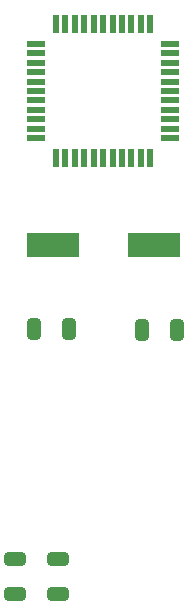
<source format=gbr>
%TF.GenerationSoftware,KiCad,Pcbnew,8.0.2*%
%TF.CreationDate,2024-07-19T13:16:10-06:00*%
%TF.ProjectId,32u4_breakout,33327534-5f62-4726-9561-6b6f75742e6b,rev?*%
%TF.SameCoordinates,Original*%
%TF.FileFunction,Paste,Top*%
%TF.FilePolarity,Positive*%
%FSLAX46Y46*%
G04 Gerber Fmt 4.6, Leading zero omitted, Abs format (unit mm)*
G04 Created by KiCad (PCBNEW 8.0.2) date 2024-07-19 13:16:10*
%MOMM*%
%LPD*%
G01*
G04 APERTURE LIST*
G04 Aperture macros list*
%AMRoundRect*
0 Rectangle with rounded corners*
0 $1 Rounding radius*
0 $2 $3 $4 $5 $6 $7 $8 $9 X,Y pos of 4 corners*
0 Add a 4 corners polygon primitive as box body*
4,1,4,$2,$3,$4,$5,$6,$7,$8,$9,$2,$3,0*
0 Add four circle primitives for the rounded corners*
1,1,$1+$1,$2,$3*
1,1,$1+$1,$4,$5*
1,1,$1+$1,$6,$7*
1,1,$1+$1,$8,$9*
0 Add four rect primitives between the rounded corners*
20,1,$1+$1,$2,$3,$4,$5,0*
20,1,$1+$1,$4,$5,$6,$7,0*
20,1,$1+$1,$6,$7,$8,$9,0*
20,1,$1+$1,$8,$9,$2,$3,0*%
G04 Aperture macros list end*
%ADD10R,4.500000X2.000000*%
%ADD11RoundRect,0.250000X-0.650000X0.325000X-0.650000X-0.325000X0.650000X-0.325000X0.650000X0.325000X0*%
%ADD12R,1.500000X0.550000*%
%ADD13R,0.550000X1.500000*%
%ADD14RoundRect,0.250000X0.325000X0.650000X-0.325000X0.650000X-0.325000X-0.650000X0.325000X-0.650000X0*%
%ADD15RoundRect,0.250000X-0.325000X-0.650000X0.325000X-0.650000X0.325000X0.650000X-0.325000X0.650000X0*%
%ADD16RoundRect,0.250000X0.650000X-0.325000X0.650000X0.325000X-0.650000X0.325000X-0.650000X-0.325000X0*%
G04 APERTURE END LIST*
D10*
%TO.C,Y1*%
X144650000Y-77075000D03*
X136150000Y-77075000D03*
%TD*%
D11*
%TO.C,C3*%
X136525000Y-103675000D03*
X136525000Y-106625000D03*
%TD*%
D12*
%TO.C,U1*%
X134650000Y-60075000D03*
X134650000Y-60875000D03*
X134650000Y-61675000D03*
X134650000Y-62475000D03*
X134650000Y-63275000D03*
X134650000Y-64075000D03*
X134650000Y-64875000D03*
X134650000Y-65675000D03*
X134650000Y-66475000D03*
X134650000Y-67275000D03*
X134650000Y-68075000D03*
D13*
X136350000Y-69775000D03*
X137150000Y-69775000D03*
X137950000Y-69775000D03*
X138750000Y-69775000D03*
X139550000Y-69775000D03*
X140350000Y-69775000D03*
X141150000Y-69775000D03*
X141950000Y-69775000D03*
X142750000Y-69775000D03*
X143550000Y-69775000D03*
X144350000Y-69775000D03*
D12*
X146050000Y-68075000D03*
X146050000Y-67275000D03*
X146050000Y-66475000D03*
X146050000Y-65675000D03*
X146050000Y-64875000D03*
X146050000Y-64075000D03*
X146050000Y-63275000D03*
X146050000Y-62475000D03*
X146050000Y-61675000D03*
X146050000Y-60875000D03*
X146050000Y-60075000D03*
D13*
X144350000Y-58375000D03*
X143550000Y-58375000D03*
X142750000Y-58375000D03*
X141950000Y-58375000D03*
X141150000Y-58375000D03*
X140350000Y-58375000D03*
X139550000Y-58375000D03*
X138750000Y-58375000D03*
X137950000Y-58375000D03*
X137150000Y-58375000D03*
X136350000Y-58375000D03*
%TD*%
D14*
%TO.C,C1*%
X146575000Y-84300000D03*
X143625000Y-84300000D03*
%TD*%
D15*
%TO.C,C2*%
X134475000Y-84200000D03*
X137425000Y-84200000D03*
%TD*%
D16*
%TO.C,C4*%
X132900000Y-106625000D03*
X132900000Y-103675000D03*
%TD*%
M02*

</source>
